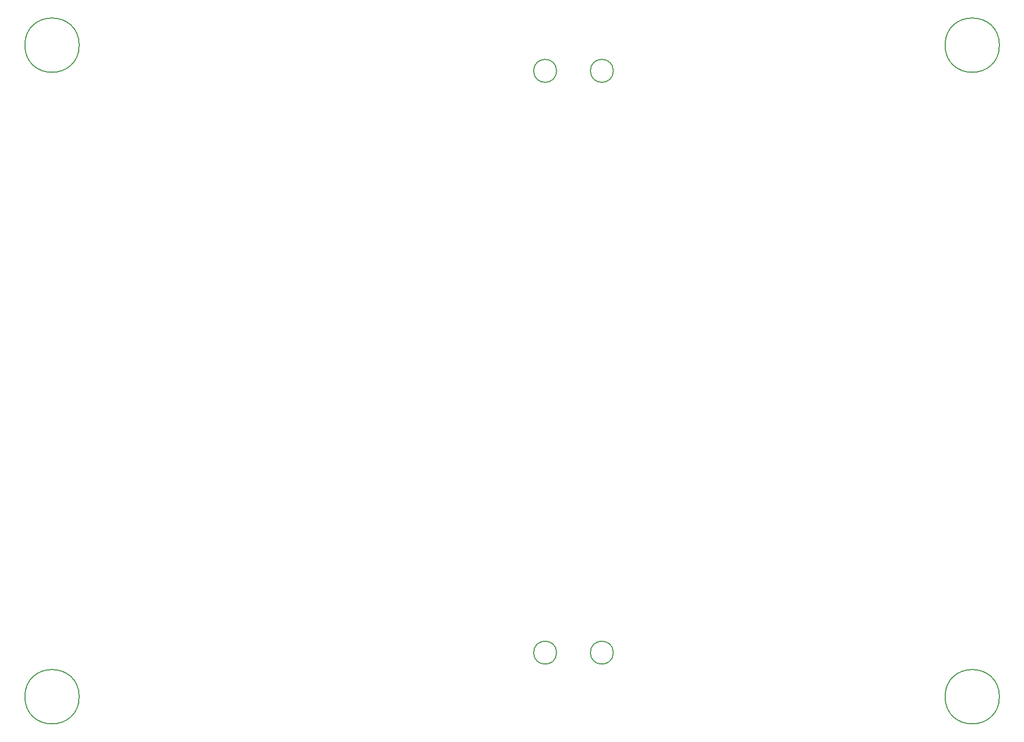
<source format=gbr>
%TF.GenerationSoftware,KiCad,Pcbnew,(6.0.9)*%
%TF.CreationDate,2023-01-27T20:31:41-09:00*%
%TF.ProjectId,IFEI,49464549-2e6b-4696-9361-645f70636258,rev?*%
%TF.SameCoordinates,Original*%
%TF.FileFunction,Other,Comment*%
%FSLAX46Y46*%
G04 Gerber Fmt 4.6, Leading zero omitted, Abs format (unit mm)*
G04 Created by KiCad (PCBNEW (6.0.9)) date 2023-01-27 20:31:41*
%MOMM*%
%LPD*%
G01*
G04 APERTURE LIST*
%ADD10C,0.150000*%
G04 APERTURE END LIST*
D10*
%TO.C,H8*%
X157856000Y-139128501D02*
G75*
G03*
X157856000Y-139128501I-1900000J0D01*
G01*
%TO.C,H7*%
X167253999Y-139128501D02*
G75*
G03*
X167253999Y-139128501I-1900000J0D01*
G01*
%TO.C,H6*%
X167253999Y-42735501D02*
G75*
G03*
X167253999Y-42735501I-1900000J0D01*
G01*
%TO.C,H5*%
X157856000Y-42735501D02*
G75*
G03*
X157856000Y-42735501I-1900000J0D01*
G01*
%TO.C,H4*%
X78795000Y-146431000D02*
G75*
G03*
X78795000Y-146431000I-4500000J0D01*
G01*
%TO.C,H3*%
X231195000Y-146431000D02*
G75*
G03*
X231195000Y-146431000I-4500000J0D01*
G01*
%TO.C,H2*%
X231195000Y-38481000D02*
G75*
G03*
X231195000Y-38481000I-4500000J0D01*
G01*
%TO.C,H1*%
X78795000Y-38481000D02*
G75*
G03*
X78795000Y-38481000I-4500000J0D01*
G01*
%TD*%
M02*

</source>
